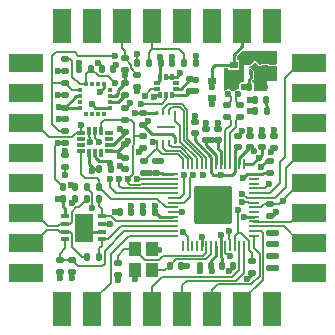
<source format=gtl>
G04 #@! TF.GenerationSoftware,KiCad,Pcbnew,(6.0.7)*
G04 #@! TF.CreationDate,2022-09-17T21:46:44-05:00*
G04 #@! TF.ProjectId,picofusion,7069636f-6675-4736-996f-6e2e6b696361,rev?*
G04 #@! TF.SameCoordinates,Original*
G04 #@! TF.FileFunction,Copper,L1,Top*
G04 #@! TF.FilePolarity,Positive*
%FSLAX46Y46*%
G04 Gerber Fmt 4.6, Leading zero omitted, Abs format (unit mm)*
G04 Created by KiCad (PCBNEW (6.0.7)) date 2022-09-17 21:46:44*
%MOMM*%
%LPD*%
G01*
G04 APERTURE LIST*
G04 Aperture macros list*
%AMRoundRect*
0 Rectangle with rounded corners*
0 $1 Rounding radius*
0 $2 $3 $4 $5 $6 $7 $8 $9 X,Y pos of 4 corners*
0 Add a 4 corners polygon primitive as box body*
4,1,4,$2,$3,$4,$5,$6,$7,$8,$9,$2,$3,0*
0 Add four circle primitives for the rounded corners*
1,1,$1+$1,$2,$3*
1,1,$1+$1,$4,$5*
1,1,$1+$1,$6,$7*
1,1,$1+$1,$8,$9*
0 Add four rect primitives between the rounded corners*
20,1,$1+$1,$2,$3,$4,$5,0*
20,1,$1+$1,$4,$5,$6,$7,0*
20,1,$1+$1,$6,$7,$8,$9,0*
20,1,$1+$1,$8,$9,$2,$3,0*%
%AMRotRect*
0 Rectangle, with rotation*
0 The origin of the aperture is its center*
0 $1 length*
0 $2 width*
0 $3 Rotation angle, in degrees counterclockwise*
0 Add horizontal line*
21,1,$1,$2,0,0,$3*%
%AMFreePoly0*
4,1,6,0.230000,0.054289,0.020711,-0.155000,-0.230000,-0.155000,-0.230000,0.155000,0.230000,0.155000,0.230000,0.054289,0.230000,0.054289,$1*%
%AMFreePoly1*
4,1,6,0.230000,-0.054289,0.230000,-0.155000,-0.230000,-0.155000,-0.230000,0.155000,0.020711,0.155000,0.230000,-0.054289,0.230000,-0.054289,$1*%
%AMFreePoly2*
4,1,6,0.230000,-0.155000,-0.230000,-0.155000,-0.230000,-0.054289,-0.020711,0.155000,0.230000,0.155000,0.230000,-0.155000,0.230000,-0.155000,$1*%
%AMFreePoly3*
4,1,6,0.230000,-0.155000,-0.020711,-0.155000,-0.230000,0.054289,-0.230000,0.155000,0.230000,0.155000,0.230000,-0.155000,0.230000,-0.155000,$1*%
G04 Aperture macros list end*
G04 #@! TA.AperFunction,SMDPad,CuDef*
%ADD10RoundRect,0.140000X-0.170000X0.140000X-0.170000X-0.140000X0.170000X-0.140000X0.170000X0.140000X0*%
G04 #@! TD*
G04 #@! TA.AperFunction,SMDPad,CuDef*
%ADD11RoundRect,0.135000X-0.135000X-0.185000X0.135000X-0.185000X0.135000X0.185000X-0.135000X0.185000X0*%
G04 #@! TD*
G04 #@! TA.AperFunction,SMDPad,CuDef*
%ADD12RoundRect,0.135000X0.185000X-0.135000X0.185000X0.135000X-0.185000X0.135000X-0.185000X-0.135000X0*%
G04 #@! TD*
G04 #@! TA.AperFunction,SMDPad,CuDef*
%ADD13RoundRect,0.140000X0.170000X-0.140000X0.170000X0.140000X-0.170000X0.140000X-0.170000X-0.140000X0*%
G04 #@! TD*
G04 #@! TA.AperFunction,SMDPad,CuDef*
%ADD14RoundRect,0.140000X-0.140000X-0.170000X0.140000X-0.170000X0.140000X0.170000X-0.140000X0.170000X0*%
G04 #@! TD*
G04 #@! TA.AperFunction,SMDPad,CuDef*
%ADD15RoundRect,0.147500X0.147500X0.172500X-0.147500X0.172500X-0.147500X-0.172500X0.147500X-0.172500X0*%
G04 #@! TD*
G04 #@! TA.AperFunction,SMDPad,CuDef*
%ADD16RoundRect,0.135000X-0.185000X0.135000X-0.185000X-0.135000X0.185000X-0.135000X0.185000X0.135000X0*%
G04 #@! TD*
G04 #@! TA.AperFunction,SMDPad,CuDef*
%ADD17R,0.700000X0.600000*%
G04 #@! TD*
G04 #@! TA.AperFunction,SMDPad,CuDef*
%ADD18FreePoly0,90.000000*%
G04 #@! TD*
G04 #@! TA.AperFunction,SMDPad,CuDef*
%ADD19FreePoly1,90.000000*%
G04 #@! TD*
G04 #@! TA.AperFunction,SMDPad,CuDef*
%ADD20FreePoly2,90.000000*%
G04 #@! TD*
G04 #@! TA.AperFunction,SMDPad,CuDef*
%ADD21FreePoly3,90.000000*%
G04 #@! TD*
G04 #@! TA.AperFunction,SMDPad,CuDef*
%ADD22RotRect,0.550000X0.550000X135.000000*%
G04 #@! TD*
G04 #@! TA.AperFunction,SMDPad,CuDef*
%ADD23R,1.600000X0.200000*%
G04 #@! TD*
G04 #@! TA.AperFunction,SMDPad,CuDef*
%ADD24R,0.250000X0.300000*%
G04 #@! TD*
G04 #@! TA.AperFunction,ComponentPad*
%ADD25C,1.350000*%
G04 #@! TD*
G04 #@! TA.AperFunction,SMDPad,CuDef*
%ADD26R,1.600000X3.000000*%
G04 #@! TD*
G04 #@! TA.AperFunction,ComponentPad*
%ADD27O,1.350000X1.350000*%
G04 #@! TD*
G04 #@! TA.AperFunction,SMDPad,CuDef*
%ADD28RoundRect,0.031500X-0.273500X-0.143500X0.273500X-0.143500X0.273500X0.143500X-0.273500X0.143500X0*%
G04 #@! TD*
G04 #@! TA.AperFunction,SMDPad,CuDef*
%ADD29RoundRect,0.031500X0.143500X-0.273500X0.143500X0.273500X-0.143500X0.273500X-0.143500X-0.273500X0*%
G04 #@! TD*
G04 #@! TA.AperFunction,SMDPad,CuDef*
%ADD30RoundRect,0.031500X0.273500X0.143500X-0.273500X0.143500X-0.273500X-0.143500X0.273500X-0.143500X0*%
G04 #@! TD*
G04 #@! TA.AperFunction,SMDPad,CuDef*
%ADD31RoundRect,0.031500X-0.143500X0.273500X-0.143500X-0.273500X0.143500X-0.273500X0.143500X0.273500X0*%
G04 #@! TD*
G04 #@! TA.AperFunction,SMDPad,CuDef*
%ADD32R,0.450000X0.300000*%
G04 #@! TD*
G04 #@! TA.AperFunction,SMDPad,CuDef*
%ADD33R,0.300000X0.450000*%
G04 #@! TD*
G04 #@! TA.AperFunction,SMDPad,CuDef*
%ADD34R,3.000000X1.600000*%
G04 #@! TD*
G04 #@! TA.AperFunction,SMDPad,CuDef*
%ADD35RoundRect,0.140000X0.140000X0.170000X-0.140000X0.170000X-0.140000X-0.170000X0.140000X-0.170000X0*%
G04 #@! TD*
G04 #@! TA.AperFunction,SMDPad,CuDef*
%ADD36RoundRect,0.014000X-0.181000X-0.161000X0.181000X-0.161000X0.181000X0.161000X-0.181000X0.161000X0*%
G04 #@! TD*
G04 #@! TA.AperFunction,SMDPad,CuDef*
%ADD37RoundRect,0.017500X-0.157500X-0.177500X0.157500X-0.177500X0.157500X0.177500X-0.157500X0.177500X0*%
G04 #@! TD*
G04 #@! TA.AperFunction,SMDPad,CuDef*
%ADD38RoundRect,0.135000X0.135000X0.185000X-0.135000X0.185000X-0.135000X-0.185000X0.135000X-0.185000X0*%
G04 #@! TD*
G04 #@! TA.AperFunction,SMDPad,CuDef*
%ADD39R,0.650000X0.350000*%
G04 #@! TD*
G04 #@! TA.AperFunction,SMDPad,CuDef*
%ADD40R,1.550000X2.400000*%
G04 #@! TD*
G04 #@! TA.AperFunction,SMDPad,CuDef*
%ADD41R,1.000000X1.150000*%
G04 #@! TD*
G04 #@! TA.AperFunction,SMDPad,CuDef*
%ADD42RoundRect,0.050000X-0.387500X-0.050000X0.387500X-0.050000X0.387500X0.050000X-0.387500X0.050000X0*%
G04 #@! TD*
G04 #@! TA.AperFunction,SMDPad,CuDef*
%ADD43RoundRect,0.050000X-0.050000X-0.387500X0.050000X-0.387500X0.050000X0.387500X-0.050000X0.387500X0*%
G04 #@! TD*
G04 #@! TA.AperFunction,ComponentPad*
%ADD44C,0.600000*%
G04 #@! TD*
G04 #@! TA.AperFunction,SMDPad,CuDef*
%ADD45RoundRect,0.144000X-1.456000X-1.456000X1.456000X-1.456000X1.456000X1.456000X-1.456000X1.456000X0*%
G04 #@! TD*
G04 #@! TA.AperFunction,ViaPad*
%ADD46C,0.600000*%
G04 #@! TD*
G04 #@! TA.AperFunction,Conductor*
%ADD47C,0.250000*%
G04 #@! TD*
G04 #@! TA.AperFunction,Conductor*
%ADD48C,0.150000*%
G04 #@! TD*
G04 APERTURE END LIST*
D10*
G04 #@! TO.P,C11,1*
G04 #@! TO.N,/RUN*
X156400000Y-30757500D03*
G04 #@! TO.P,C11,2*
G04 #@! TO.N,GND*
X156400000Y-31717500D03*
G04 #@! TD*
D11*
G04 #@! TO.P,R9,1*
G04 #@! TO.N,+3V3*
X152545000Y-31650000D03*
G04 #@! TO.P,R9,2*
G04 #@! TO.N,/I2C0_SDA*
X153565000Y-31650000D03*
G04 #@! TD*
D12*
G04 #@! TO.P,R15,1*
G04 #@! TO.N,/SPI0_PICO*
X151300000Y-39960000D03*
G04 #@! TO.P,R15,2*
G04 #@! TO.N,/SDA{slash}SDI*
X151300000Y-38940000D03*
G04 #@! TD*
G04 #@! TO.P,R24,1*
G04 #@! TO.N,/SPI0_nCS*
X168680000Y-48510000D03*
G04 #@! TO.P,R24,2*
G04 #@! TO.N,/SD_nCD*
X168680000Y-47490000D03*
G04 #@! TD*
G04 #@! TO.P,R21,1*
G04 #@! TO.N,+3V3*
X158000000Y-40460000D03*
G04 #@! TO.P,R21,2*
G04 #@! TO.N,/QSPI_nCS*
X158000000Y-39440000D03*
G04 #@! TD*
D13*
G04 #@! TO.P,C1,1*
G04 #@! TO.N,+1V1*
X162300000Y-37100000D03*
G04 #@! TO.P,C1,2*
G04 #@! TO.N,GND*
X162300000Y-36140000D03*
G04 #@! TD*
D14*
G04 #@! TO.P,C19,1*
G04 #@! TO.N,+3V3*
X154220000Y-40100000D03*
G04 #@! TO.P,C19,2*
G04 #@! TO.N,GND*
X155180000Y-40100000D03*
G04 #@! TD*
D15*
G04 #@! TO.P,D2,1,K*
G04 #@! TO.N,Net-(D2-Pad1)*
X168385000Y-34250000D03*
G04 #@! TO.P,D2,2,A*
G04 #@! TO.N,+3V3*
X167415000Y-34250000D03*
G04 #@! TD*
D16*
G04 #@! TO.P,R14,1*
G04 #@! TO.N,/I2C0_SDA*
X151300000Y-30790000D03*
G04 #@! TO.P,R14,2*
G04 #@! TO.N,/SDA{slash}SDI*
X151300000Y-31810000D03*
G04 #@! TD*
D13*
G04 #@! TO.P,C10,1*
G04 #@! TO.N,+3V3*
X163300000Y-37680000D03*
G04 #@! TO.P,C10,2*
G04 #@! TO.N,GND*
X163300000Y-36720000D03*
G04 #@! TD*
D12*
G04 #@! TO.P,R7,1*
G04 #@! TO.N,/SPI0_nCS*
X156400000Y-35935000D03*
G04 #@! TO.P,R7,2*
G04 #@! TO.N,GND*
X156400000Y-34915000D03*
G04 #@! TD*
D17*
G04 #@! TO.P,D1,1,K*
G04 #@! TO.N,+5V*
X163750000Y-32700000D03*
G04 #@! TO.P,D1,2,A*
G04 #@! TO.N,GND*
X163750000Y-34100000D03*
G04 #@! TD*
D16*
G04 #@! TO.P,R16,1*
G04 #@! TO.N,/I2C0_SCL*
X151300000Y-36890000D03*
G04 #@! TO.P,R16,2*
G04 #@! TO.N,/SCL{slash}SCK*
X151300000Y-37910000D03*
G04 #@! TD*
D18*
G04 #@! TO.P,U3,1,OUT*
G04 #@! TO.N,+3V3*
X167075000Y-31930000D03*
D19*
G04 #@! TO.P,U3,2,GND*
G04 #@! TO.N,GND*
X167725000Y-31930000D03*
D20*
G04 #@! TO.P,U3,3,EN*
G04 #@! TO.N,Net-(C14-Pad1)*
X167725000Y-31070000D03*
D21*
G04 #@! TO.P,U3,4,IN*
X167075000Y-31070000D03*
D22*
G04 #@! TO.P,U3,5,GND*
G04 #@! TO.N,GND*
X167400000Y-31500000D03*
G04 #@! TD*
D23*
G04 #@! TO.P,U1,*
G04 #@! TO.N,*
X159900000Y-36600000D03*
D24*
G04 #@! TO.P,U1,1,~{CS}*
G04 #@! TO.N,/QSPI_nCS*
X159150000Y-37800000D03*
G04 #@! TO.P,U1,2,DO(IO1)*
G04 #@! TO.N,/QSPI_SD1*
X159650000Y-37800000D03*
G04 #@! TO.P,U1,3,IO2*
G04 #@! TO.N,/QSPI_SD2*
X160150000Y-37800000D03*
G04 #@! TO.P,U1,4,GND*
G04 #@! TO.N,GND*
X160650000Y-37800000D03*
G04 #@! TO.P,U1,5,DI(IO0)*
G04 #@! TO.N,/QSPI_SD0*
X160650000Y-35400000D03*
G04 #@! TO.P,U1,6,CLK*
G04 #@! TO.N,/QSPI_SCLK*
X160150000Y-35400000D03*
G04 #@! TO.P,U1,7,IO3*
G04 #@! TO.N,/QSPI_SD3*
X159650000Y-35400000D03*
G04 #@! TO.P,U1,8,VCC*
G04 #@! TO.N,+3V3*
X159150000Y-35400000D03*
G04 #@! TD*
D25*
G04 #@! TO.P,J4,1,Pin_1*
G04 #@! TO.N,+5V*
X151110000Y-52750000D03*
X151110000Y-51250000D03*
D26*
X151110000Y-52000000D03*
D27*
G04 #@! TO.P,J4,2,Pin_2*
G04 #@! TO.N,/IMU_HEATER*
X153650000Y-52750000D03*
D26*
X153650000Y-52000000D03*
D27*
X153650000Y-51250000D03*
D26*
G04 #@! TO.P,J4,3,Pin_3*
G04 #@! TO.N,/BUZZER*
X156190000Y-51976000D03*
D27*
X156190000Y-51226000D03*
X156190000Y-52726000D03*
G04 #@! TO.P,J4,4,Pin_4*
G04 #@! TO.N,/UART0_TX_TELEM*
X158730000Y-51250000D03*
X158730000Y-52750000D03*
D26*
X158730000Y-52000000D03*
D27*
G04 #@! TO.P,J4,5,Pin_5*
G04 #@! TO.N,/UART0_RX_TELEM*
X161270000Y-51250000D03*
X161270000Y-52750000D03*
D26*
X161270000Y-52000000D03*
D27*
G04 #@! TO.P,J4,6,Pin_6*
G04 #@! TO.N,/UART0_CTS_TELEM*
X163810000Y-51250000D03*
X163810000Y-52750000D03*
D26*
X163810000Y-52000000D03*
G04 #@! TO.P,J4,7,Pin_7*
G04 #@! TO.N,/UART0_RTS_TELEM*
X166350000Y-52000000D03*
D27*
X166350000Y-52750000D03*
X166350000Y-51250000D03*
G04 #@! TO.P,J4,8,Pin_8*
G04 #@! TO.N,GND*
X168890000Y-52750000D03*
D26*
X168890000Y-52000000D03*
D27*
X168890000Y-51250000D03*
G04 #@! TD*
D10*
G04 #@! TO.P,C4,1*
G04 #@! TO.N,+3V3*
X157900000Y-35400000D03*
G04 #@! TO.P,C4,2*
G04 #@! TO.N,GND*
X157900000Y-36360000D03*
G04 #@! TD*
D12*
G04 #@! TO.P,R11,1*
G04 #@! TO.N,+3V3*
X151950000Y-48860000D03*
G04 #@! TO.P,R11,2*
G04 #@! TO.N,/CAN_SILENT*
X151950000Y-47840000D03*
G04 #@! TD*
D28*
G04 #@! TO.P,U4,1,AD0/SDO*
G04 #@! TO.N,/SPI0_POCI*
X152715000Y-37100000D03*
G04 #@! TO.P,U4,2,RESV*
G04 #@! TO.N,unconnected-(U4-Pad2)*
X152715000Y-37600000D03*
G04 #@! TO.P,U4,3,RESV*
G04 #@! TO.N,unconnected-(U4-Pad3)*
X152715000Y-38100000D03*
G04 #@! TO.P,U4,4,INT*
G04 #@! TO.N,/DRDY_ICM42605*
X152715000Y-38600000D03*
D29*
G04 #@! TO.P,U4,5,VDDIO*
G04 #@! TO.N,+3V3*
X153375000Y-38760000D03*
G04 #@! TO.P,U4,6,GND*
G04 #@! TO.N,GND*
X153875000Y-38760000D03*
G04 #@! TO.P,U4,7,RESV*
G04 #@! TO.N,unconnected-(U4-Pad7)*
X154375000Y-38760000D03*
D30*
G04 #@! TO.P,U4,8,VDD*
G04 #@! TO.N,+3V3*
X155035000Y-38600000D03*
G04 #@! TO.P,U4,9,FSYNC*
G04 #@! TO.N,GND*
X155035000Y-38100000D03*
G04 #@! TO.P,U4,10,RESV*
G04 #@! TO.N,unconnected-(U4-Pad10)*
X155035000Y-37600000D03*
G04 #@! TO.P,U4,11,RESV*
G04 #@! TO.N,unconnected-(U4-Pad11)*
X155035000Y-37100000D03*
D31*
G04 #@! TO.P,U4,12,nCS*
G04 #@! TO.N,/SPI0_nCS*
X154375000Y-36940000D03*
G04 #@! TO.P,U4,13,SCL/SCLK*
G04 #@! TO.N,/SPI0_SCK*
X153875000Y-36940000D03*
G04 #@! TO.P,U4,14,SDA/SDI*
G04 #@! TO.N,/SPI0_PICO*
X153375000Y-36940000D03*
G04 #@! TD*
D10*
G04 #@! TO.P,C5,1*
G04 #@! TO.N,/XIN*
X155800000Y-48110000D03*
G04 #@! TO.P,C5,2*
G04 #@! TO.N,GND*
X155800000Y-49070000D03*
G04 #@! TD*
D13*
G04 #@! TO.P,C25,1*
G04 #@! TO.N,+3V3*
X168000000Y-38300000D03*
G04 #@! TO.P,C25,2*
G04 #@! TO.N,GND*
X168000000Y-37340000D03*
G04 #@! TD*
D32*
G04 #@! TO.P,U5,1,SCL*
G04 #@! TO.N,/I2C0_SCL*
X152600000Y-33437500D03*
G04 #@! TO.P,U5,2,VDD*
G04 #@! TO.N,+3V3*
X152600000Y-33937500D03*
G04 #@! TO.P,U5,3*
G04 #@! TO.N,N/C*
X152600000Y-34437500D03*
G04 #@! TO.P,U5,4,~{CS}*
G04 #@! TO.N,+3V3*
X152600000Y-34937500D03*
D33*
G04 #@! TO.P,U5,5,SDO*
G04 #@! TO.N,unconnected-(U5-Pad5)*
X153125000Y-35462500D03*
G04 #@! TO.P,U5,6*
G04 #@! TO.N,N/C*
X153625000Y-35462500D03*
G04 #@! TO.P,U5,7*
X154125000Y-35462500D03*
G04 #@! TO.P,U5,8*
X154625000Y-35462500D03*
D32*
G04 #@! TO.P,U5,9,GND*
G04 #@! TO.N,GND*
X155150000Y-34937500D03*
G04 #@! TO.P,U5,10,CAP*
G04 #@! TO.N,Net-(C20-Pad1)*
X155150000Y-34437500D03*
G04 #@! TO.P,U5,11,GND*
G04 #@! TO.N,GND*
X155150000Y-33937500D03*
G04 #@! TO.P,U5,12*
G04 #@! TO.N,N/C*
X155150000Y-33437500D03*
D33*
G04 #@! TO.P,U5,13,VDDIO*
G04 #@! TO.N,+3V3*
X154625000Y-32912500D03*
G04 #@! TO.P,U5,14*
G04 #@! TO.N,N/C*
X154125000Y-32912500D03*
G04 #@! TO.P,U5,15,INT*
G04 #@! TO.N,unconnected-(U5-Pad15)*
X153625000Y-32912500D03*
G04 #@! TO.P,U5,16,SDA*
G04 #@! TO.N,/I2C0_SDA*
X153125000Y-32912500D03*
G04 #@! TD*
D25*
G04 #@! TO.P,J2,1,Pin_1*
G04 #@! TO.N,/SPI1_SCK_SD*
X171250000Y-31110000D03*
X172750000Y-31110000D03*
D34*
X172000000Y-31110000D03*
G04 #@! TO.P,J2,2,Pin_2*
G04 #@! TO.N,/SPI1_POCI_SD*
X172000000Y-33650000D03*
D27*
X172750000Y-33650000D03*
X171250000Y-33650000D03*
G04 #@! TO.P,J2,3,Pin_3*
G04 #@! TO.N,/SPI1_PICO_SD*
X172774000Y-36190000D03*
D34*
X172024000Y-36190000D03*
D27*
X171274000Y-36190000D03*
G04 #@! TO.P,J2,4,Pin_4*
G04 #@! TO.N,/SPI1_nCS_SD*
X172750000Y-38730000D03*
X171250000Y-38730000D03*
D34*
X172000000Y-38730000D03*
D27*
G04 #@! TO.P,J2,5,Pin_5*
G04 #@! TO.N,/SD_nCD*
X172750000Y-41270000D03*
X171250000Y-41270000D03*
D34*
X172000000Y-41270000D03*
D27*
G04 #@! TO.P,J2,6,Pin_6*
G04 #@! TO.N,/UART1_RX_GNSS*
X172750000Y-43810000D03*
D34*
X172000000Y-43810000D03*
D27*
X171250000Y-43810000D03*
D34*
G04 #@! TO.P,J2,7,Pin_7*
G04 #@! TO.N,/UART1_TX_GNSS*
X172000000Y-46350000D03*
D27*
X172750000Y-46350000D03*
X171250000Y-46350000D03*
D34*
G04 #@! TO.P,J2,8,Pin_8*
G04 #@! TO.N,GND*
X172000000Y-48890000D03*
D27*
X172750000Y-48890000D03*
X171250000Y-48890000D03*
G04 #@! TD*
D35*
G04 #@! TO.P,C9,1*
G04 #@! TO.N,+3V3*
X163730000Y-48300000D03*
G04 #@! TO.P,C9,2*
G04 #@! TO.N,GND*
X162770000Y-48300000D03*
G04 #@! TD*
D13*
G04 #@! TO.P,C17,1*
G04 #@! TO.N,GND*
X156400000Y-40130000D03*
G04 #@! TO.P,C17,2*
G04 #@! TO.N,+3V3*
X156400000Y-39170000D03*
G04 #@! TD*
D14*
G04 #@! TO.P,C28,1*
G04 #@! TO.N,+5V*
X155995000Y-43762500D03*
G04 #@! TO.P,C28,2*
G04 #@! TO.N,GND*
X156955000Y-43762500D03*
G04 #@! TD*
D10*
G04 #@! TO.P,C18,1*
G04 #@! TO.N,GND*
X156400000Y-37020000D03*
G04 #@! TO.P,C18,2*
G04 #@! TO.N,+3V3*
X156400000Y-37980000D03*
G04 #@! TD*
D12*
G04 #@! TO.P,R2,1*
G04 #@! TO.N,/USB_MCU_DP*
X165057500Y-35700000D03*
G04 #@! TO.P,R2,2*
G04 #@! TO.N,/USB_DP*
X165057500Y-34680000D03*
G04 #@! TD*
D13*
G04 #@! TO.P,C26,1*
G04 #@! TO.N,+3V3*
X164300000Y-37680000D03*
G04 #@! TO.P,C26,2*
G04 #@! TO.N,GND*
X164300000Y-36720000D03*
G04 #@! TD*
D14*
G04 #@! TO.P,C8,1*
G04 #@! TO.N,/XOUT*
X160210000Y-48300000D03*
G04 #@! TO.P,C8,2*
G04 #@! TO.N,GND*
X161170000Y-48300000D03*
G04 #@! TD*
D13*
G04 #@! TO.P,C20,1*
G04 #@! TO.N,Net-(C20-Pad1)*
X156400000Y-33827500D03*
G04 #@! TO.P,C20,2*
G04 #@! TO.N,GND*
X156400000Y-32867500D03*
G04 #@! TD*
D35*
G04 #@! TO.P,C6,1*
G04 #@! TO.N,+3V3*
X158930000Y-43762500D03*
G04 #@! TO.P,C6,2*
G04 #@! TO.N,GND*
X157970000Y-43762500D03*
G04 #@! TD*
D36*
G04 #@! TO.P,U6,1,CSB*
G04 #@! TO.N,+3V3*
X159130000Y-32850000D03*
G04 #@! TO.P,U6,2,SCL/SCLK*
G04 #@! TO.N,/I2C0_SCL*
X159130000Y-33350000D03*
D37*
G04 #@! TO.P,U6,3,VSS*
G04 #@! TO.N,GND*
X159410000Y-33880000D03*
G04 #@! TO.P,U6,4,SDA/SDI*
G04 #@! TO.N,/I2C0_SDA*
X159910000Y-33880000D03*
G04 #@! TO.P,U6,5,VDD*
G04 #@! TO.N,+3V3*
X160410000Y-33880000D03*
D36*
G04 #@! TO.P,U6,6,AD0/SDO*
G04 #@! TO.N,GND*
X160690000Y-33350000D03*
G04 #@! TO.P,U6,7,INT*
G04 #@! TO.N,unconnected-(U6-Pad7)*
X160690000Y-32850000D03*
D37*
G04 #@! TO.P,U6,8,RESV*
G04 #@! TO.N,GND*
X160410000Y-32320000D03*
G04 #@! TO.P,U6,9,RESV*
X159910000Y-32320000D03*
G04 #@! TO.P,U6,10,VDDIO*
G04 #@! TO.N,+3V3*
X159410000Y-32320000D03*
G04 #@! TD*
D10*
G04 #@! TO.P,C14,1*
G04 #@! TO.N,Net-(C14-Pad1)*
X168900000Y-31020000D03*
G04 #@! TO.P,C14,2*
G04 #@! TO.N,GND*
X168900000Y-31980000D03*
G04 #@! TD*
D38*
G04 #@! TO.P,R22,1*
G04 #@! TO.N,/DRDY_ICM42605*
X154210000Y-41650000D03*
G04 #@! TO.P,R22,2*
G04 #@! TO.N,/NEOPIXEL*
X153190000Y-41650000D03*
G04 #@! TD*
D12*
G04 #@! TO.P,R8,1*
G04 #@! TO.N,+3V3*
X151300000Y-33870000D03*
G04 #@! TO.P,R8,2*
G04 #@! TO.N,/I2C0_SCL*
X151300000Y-32850000D03*
G04 #@! TD*
D14*
G04 #@! TO.P,C16,1*
G04 #@! TO.N,+3V3*
X166920000Y-33150000D03*
G04 #@! TO.P,C16,2*
G04 #@! TO.N,GND*
X167880000Y-33150000D03*
G04 #@! TD*
D25*
G04 #@! TO.P,J3,1,Pin_1*
G04 #@! TO.N,/SDA{slash}SDI*
X147250000Y-31110000D03*
D34*
X148000000Y-31110000D03*
D25*
X148750000Y-31110000D03*
D34*
G04 #@! TO.P,J3,2,Pin_2*
G04 #@! TO.N,/SCL{slash}SCK*
X148000000Y-33650000D03*
D27*
X147250000Y-33650000D03*
X148750000Y-33650000D03*
G04 #@! TO.P,J3,3,Pin_3*
G04 #@! TO.N,/SPI0_POCI*
X148774000Y-36190000D03*
X147274000Y-36190000D03*
D34*
X148024000Y-36190000D03*
G04 #@! TO.P,J3,4,Pin_4*
G04 #@! TO.N,/NEOPIXEL*
X148000000Y-38730000D03*
D27*
X147250000Y-38730000D03*
X148750000Y-38730000D03*
D34*
G04 #@! TO.P,J3,5,Pin_5*
G04 #@! TO.N,+3V3*
X148000000Y-41270000D03*
D27*
X148750000Y-41270000D03*
X147250000Y-41270000D03*
G04 #@! TO.P,J3,6,Pin_6*
G04 #@! TO.N,/CAN_N*
X148750000Y-43810000D03*
D34*
X148000000Y-43810000D03*
D27*
X147250000Y-43810000D03*
G04 #@! TO.P,J3,7,Pin_7*
G04 #@! TO.N,/CAN_P*
X147250000Y-46350000D03*
X148750000Y-46350000D03*
D34*
X148000000Y-46350000D03*
D27*
G04 #@! TO.P,J3,8,Pin_8*
G04 #@! TO.N,GND*
X147250000Y-48890000D03*
X148750000Y-48890000D03*
D34*
X148000000Y-48890000D03*
G04 #@! TD*
D14*
G04 #@! TO.P,C21,1*
G04 #@! TO.N,+3V3*
X154470000Y-31650000D03*
G04 #@! TO.P,C21,2*
G04 #@! TO.N,GND*
X155430000Y-31650000D03*
G04 #@! TD*
D38*
G04 #@! TO.P,R20,1*
G04 #@! TO.N,/BOOTSEL*
X158410000Y-31150000D03*
G04 #@! TO.P,R20,2*
G04 #@! TO.N,/QSPI_nCS*
X157390000Y-31150000D03*
G04 #@! TD*
D10*
G04 #@! TO.P,C15,1*
G04 #@! TO.N,+3V3*
X168680000Y-45520000D03*
G04 #@! TO.P,C15,2*
G04 #@! TO.N,GND*
X168680000Y-46480000D03*
G04 #@! TD*
D16*
G04 #@! TO.P,R5,1*
G04 #@! TO.N,/SD_nCD*
X168690000Y-43090000D03*
G04 #@! TO.P,R5,2*
G04 #@! TO.N,+3V3*
X168690000Y-44110000D03*
G04 #@! TD*
G04 #@! TO.P,R18,1*
G04 #@! TO.N,/RUN*
X167150000Y-47890000D03*
G04 #@! TO.P,R18,2*
G04 #@! TO.N,GND*
X167150000Y-48910000D03*
G04 #@! TD*
D14*
G04 #@! TO.P,C27,1*
G04 #@! TO.N,+3V3*
X151200000Y-42700000D03*
G04 #@! TO.P,C27,2*
G04 #@! TO.N,GND*
X152160000Y-42700000D03*
G04 #@! TD*
D38*
G04 #@! TO.P,R13,1*
G04 #@! TO.N,/PIO0_CAN_RX*
X154200000Y-42700000D03*
G04 #@! TO.P,R13,2*
G04 #@! TO.N,/CAN_N*
X153180000Y-42700000D03*
G04 #@! TD*
D13*
G04 #@! TO.P,C7,1*
G04 #@! TO.N,+3V3*
X159000000Y-40432500D03*
G04 #@! TO.P,C7,2*
G04 #@! TO.N,GND*
X159000000Y-39472500D03*
G04 #@! TD*
G04 #@! TO.P,C12,1*
G04 #@! TO.N,GND*
X151290000Y-35880000D03*
G04 #@! TO.P,C12,2*
G04 #@! TO.N,+3V3*
X151290000Y-34920000D03*
G04 #@! TD*
D38*
G04 #@! TO.P,R17,1*
G04 #@! TO.N,/SPI0_SCK*
X152190000Y-41650000D03*
G04 #@! TO.P,R17,2*
G04 #@! TO.N,/SCL{slash}SCK*
X151170000Y-41650000D03*
G04 #@! TD*
D25*
G04 #@! TO.P,J1,1,Pin_1*
G04 #@! TO.N,/SWCLK*
X151110000Y-27250000D03*
X151110000Y-28750000D03*
D26*
X151110000Y-28000000D03*
D27*
G04 #@! TO.P,J1,2,Pin_2*
G04 #@! TO.N,/SWDIO*
X153650000Y-28750000D03*
D26*
X153650000Y-28000000D03*
D27*
X153650000Y-27250000D03*
G04 #@! TO.P,J1,3,Pin_3*
G04 #@! TO.N,/RUN*
X156190000Y-27226000D03*
D26*
X156190000Y-27976000D03*
D27*
X156190000Y-28726000D03*
D26*
G04 #@! TO.P,J1,4,Pin_4*
G04 #@! TO.N,/BOOTSEL*
X158730000Y-28000000D03*
D27*
X158730000Y-27250000D03*
X158730000Y-28750000D03*
D26*
G04 #@! TO.P,J1,5,Pin_5*
G04 #@! TO.N,/USB_DP*
X161270000Y-28000000D03*
D27*
X161270000Y-27250000D03*
X161270000Y-28750000D03*
G04 #@! TO.P,J1,6,Pin_6*
G04 #@! TO.N,/USB_DN*
X163810000Y-28750000D03*
D26*
X163810000Y-28000000D03*
D27*
X163810000Y-27250000D03*
G04 #@! TO.P,J1,7,Pin_7*
G04 #@! TO.N,+5V*
X166350000Y-28750000D03*
D26*
X166350000Y-28000000D03*
D27*
X166350000Y-27250000D03*
G04 #@! TO.P,J1,8,Pin_8*
G04 #@! TO.N,GND*
X168890000Y-27250000D03*
D26*
X168890000Y-28000000D03*
D27*
X168890000Y-28750000D03*
G04 #@! TD*
D13*
G04 #@! TO.P,C13,1*
G04 #@! TO.N,+3V3*
X167000000Y-38300000D03*
G04 #@! TO.P,C13,2*
G04 #@! TO.N,GND*
X167000000Y-37340000D03*
G04 #@! TD*
D39*
G04 #@! TO.P,U7,1,TXD*
G04 #@! TO.N,/PIO0_CAN_TX*
X154450000Y-46085400D03*
G04 #@! TO.P,U7,2,GND*
G04 #@! TO.N,GND*
X154450000Y-45435400D03*
G04 #@! TO.P,U7,3,VCC*
G04 #@! TO.N,+5V*
X154450000Y-44785400D03*
G04 #@! TO.P,U7,4,RXD*
G04 #@! TO.N,/PIO0_CAN_RX*
X154450000Y-44135400D03*
G04 #@! TO.P,U7,5,VIO*
G04 #@! TO.N,+3V3*
X151350000Y-44135400D03*
G04 #@! TO.P,U7,6,CANL*
G04 #@! TO.N,/CAN_N*
X151350000Y-44785400D03*
G04 #@! TO.P,U7,7,CANH*
G04 #@! TO.N,/CAN_P*
X151350000Y-45435400D03*
G04 #@! TO.P,U7,8,S*
G04 #@! TO.N,/CAN_SILENT*
X151350000Y-46085400D03*
D40*
G04 #@! TO.P,U7,9,GND*
G04 #@! TO.N,GND*
X152900000Y-45110400D03*
G04 #@! TD*
D12*
G04 #@! TO.P,R4,1*
G04 #@! TO.N,/SPI1_nCS_SD*
X169050000Y-38310000D03*
G04 #@! TO.P,R4,2*
G04 #@! TO.N,GND*
X169050000Y-37290000D03*
G04 #@! TD*
D38*
G04 #@! TO.P,R6,1*
G04 #@! TO.N,Net-(D2-Pad1)*
X168410000Y-35250000D03*
G04 #@! TO.P,R6,2*
G04 #@! TO.N,GND*
X167390000Y-35250000D03*
G04 #@! TD*
D12*
G04 #@! TO.P,R23,1*
G04 #@! TO.N,+3V3*
X157900000Y-38360000D03*
G04 #@! TO.P,R23,2*
G04 #@! TO.N,/SPI0_nCS*
X157900000Y-37340000D03*
G04 #@! TD*
D13*
G04 #@! TO.P,C24,1*
G04 #@! TO.N,+3V3*
X168680000Y-40432500D03*
G04 #@! TO.P,C24,2*
G04 #@! TO.N,GND*
X168680000Y-39472500D03*
G04 #@! TD*
D10*
G04 #@! TO.P,C22,1*
G04 #@! TO.N,GND*
X161950000Y-32540000D03*
G04 #@! TO.P,C22,2*
G04 #@! TO.N,+3V3*
X161950000Y-33500000D03*
G04 #@! TD*
D41*
G04 #@! TO.P,Y1,1,1*
G04 #@! TO.N,/XIN*
X157260000Y-46925000D03*
G04 #@! TO.P,Y1,2,2*
G04 #@! TO.N,GND*
X157260000Y-48675000D03*
G04 #@! TO.P,Y1,3,3*
G04 #@! TO.N,/XOUT*
X158660000Y-48675000D03*
G04 #@! TO.P,Y1,4,4*
G04 #@! TO.N,GND*
X158660000Y-46925000D03*
G04 #@! TD*
D14*
G04 #@! TO.P,C23,1*
G04 #@! TO.N,+3V3*
X159415000Y-31150000D03*
G04 #@! TO.P,C23,2*
G04 #@! TO.N,GND*
X160375000Y-31150000D03*
G04 #@! TD*
G04 #@! TO.P,C2,1*
G04 #@! TO.N,+1V1*
X164620000Y-48300000D03*
G04 #@! TO.P,C2,2*
G04 #@! TO.N,GND*
X165580000Y-48300000D03*
G04 #@! TD*
D16*
G04 #@! TO.P,R10,1*
G04 #@! TO.N,/CAN_SILENT*
X150900000Y-47830000D03*
G04 #@! TO.P,R10,2*
G04 #@! TO.N,GND*
X150900000Y-48850000D03*
G04 #@! TD*
D38*
G04 #@! TO.P,R12,1*
G04 #@! TO.N,/PIO0_CAN_TX*
X154200000Y-47600000D03*
G04 #@! TO.P,R12,2*
G04 #@! TO.N,/CAN_P*
X153180000Y-47600000D03*
G04 #@! TD*
D11*
G04 #@! TO.P,R19,1*
G04 #@! TO.N,/BOOTSEL*
X161390000Y-31150000D03*
G04 #@! TO.P,R19,2*
G04 #@! TO.N,GND*
X162410000Y-31150000D03*
G04 #@! TD*
D12*
G04 #@! TO.P,R1,1*
G04 #@! TO.N,+3V3*
X157450000Y-33160000D03*
G04 #@! TO.P,R1,2*
G04 #@! TO.N,/RUN*
X157450000Y-32140000D03*
G04 #@! TD*
D13*
G04 #@! TO.P,C3,1*
G04 #@! TO.N,+1V1*
X166000000Y-38300000D03*
G04 #@! TO.P,C3,2*
G04 #@! TO.N,GND*
X166000000Y-37340000D03*
G04 #@! TD*
D42*
G04 #@! TO.P,U2,1,IOVDD*
G04 #@! TO.N,+3V3*
X160462500Y-40562500D03*
G04 #@! TO.P,U2,2,GPIO0*
G04 #@! TO.N,/SPI0_POCI*
X160462500Y-40962500D03*
G04 #@! TO.P,U2,3,GPIO1*
G04 #@! TO.N,/SPI0_nCS*
X160462500Y-41362500D03*
G04 #@! TO.P,U2,4,GPIO2*
G04 #@! TO.N,/SPI0_SCK*
X160462500Y-41762500D03*
G04 #@! TO.P,U2,5,GPIO3*
G04 #@! TO.N,/SPI0_PICO*
X160462500Y-42162500D03*
G04 #@! TO.P,U2,6,GPIO4*
G04 #@! TO.N,/I2C0_SDA*
X160462500Y-42562500D03*
G04 #@! TO.P,U2,7,GPIO5*
G04 #@! TO.N,/I2C0_SCL*
X160462500Y-42962500D03*
G04 #@! TO.P,U2,8,GPIO6*
G04 #@! TO.N,/DRDY_ICM42605*
X160462500Y-43362500D03*
G04 #@! TO.P,U2,9,GPIO7*
G04 #@! TO.N,/NEOPIXEL*
X160462500Y-43762500D03*
G04 #@! TO.P,U2,10,IOVDD*
G04 #@! TO.N,+3V3*
X160462500Y-44162500D03*
G04 #@! TO.P,U2,11,GPIO8*
G04 #@! TO.N,/PIO0_CAN_RX*
X160462500Y-44562500D03*
G04 #@! TO.P,U2,12,GPIO9*
G04 #@! TO.N,/PIO0_CAN_TX*
X160462500Y-44962500D03*
G04 #@! TO.P,U2,13,GPIO10*
G04 #@! TO.N,/CAN_SILENT*
X160462500Y-45362500D03*
G04 #@! TO.P,U2,14,GPIO11*
G04 #@! TO.N,/IMU_HEATER*
X160462500Y-45762500D03*
D43*
G04 #@! TO.P,U2,15,GPIO12*
G04 #@! TO.N,unconnected-(U2-Pad15)*
X161300000Y-46600000D03*
G04 #@! TO.P,U2,16,GPIO13*
G04 #@! TO.N,/BUZZER*
X161700000Y-46600000D03*
G04 #@! TO.P,U2,17,GPIO14*
G04 #@! TO.N,unconnected-(U2-Pad17)*
X162100000Y-46600000D03*
G04 #@! TO.P,U2,18,GPIO15*
G04 #@! TO.N,unconnected-(U2-Pad18)*
X162500000Y-46600000D03*
G04 #@! TO.P,U2,19,TESTEN*
G04 #@! TO.N,GND*
X162900000Y-46600000D03*
G04 #@! TO.P,U2,20,XIN*
G04 #@! TO.N,/XIN*
X163300000Y-46600000D03*
G04 #@! TO.P,U2,21,XOUT*
G04 #@! TO.N,/XOUT*
X163700000Y-46600000D03*
G04 #@! TO.P,U2,22,IOVDD*
G04 #@! TO.N,+3V3*
X164100000Y-46600000D03*
G04 #@! TO.P,U2,23,DVDD*
G04 #@! TO.N,+1V1*
X164500000Y-46600000D03*
G04 #@! TO.P,U2,24,SWCLK*
G04 #@! TO.N,/SWCLK*
X164900000Y-46600000D03*
G04 #@! TO.P,U2,25,SWD*
G04 #@! TO.N,/SWDIO*
X165300000Y-46600000D03*
G04 #@! TO.P,U2,26,RUN*
G04 #@! TO.N,/RUN*
X165700000Y-46600000D03*
G04 #@! TO.P,U2,27,GPIO16*
G04 #@! TO.N,/UART0_TX_TELEM*
X166100000Y-46600000D03*
G04 #@! TO.P,U2,28,GPIO17*
G04 #@! TO.N,/UART0_RX_TELEM*
X166500000Y-46600000D03*
D42*
G04 #@! TO.P,U2,29,GPIO18*
G04 #@! TO.N,/UART0_CTS_TELEM*
X167337500Y-45762500D03*
G04 #@! TO.P,U2,30,GPIO19*
G04 #@! TO.N,/UART0_RTS_TELEM*
X167337500Y-45362500D03*
G04 #@! TO.P,U2,31,GPIO20*
G04 #@! TO.N,/UART1_TX_GNSS*
X167337500Y-44962500D03*
G04 #@! TO.P,U2,32,GPIO21*
G04 #@! TO.N,/UART1_RX_GNSS*
X167337500Y-44562500D03*
G04 #@! TO.P,U2,33,IOVDD*
G04 #@! TO.N,+3V3*
X167337500Y-44162500D03*
G04 #@! TO.P,U2,34,GPIO22*
G04 #@! TO.N,unconnected-(U2-Pad34)*
X167337500Y-43762500D03*
G04 #@! TO.P,U2,35,GPIO23*
G04 #@! TO.N,/SD_nCD*
X167337500Y-43362500D03*
G04 #@! TO.P,U2,36,GPIO24*
G04 #@! TO.N,/SPI1_POCI_SD*
X167337500Y-42962500D03*
G04 #@! TO.P,U2,37,GPIO25*
G04 #@! TO.N,/SPI1_nCS_SD*
X167337500Y-42562500D03*
G04 #@! TO.P,U2,38,GPIO26_ADC0*
G04 #@! TO.N,/SPI1_SCK_SD*
X167337500Y-42162500D03*
G04 #@! TO.P,U2,39,GPIO27_ADC1*
G04 #@! TO.N,/SPI1_PICO_SD*
X167337500Y-41762500D03*
G04 #@! TO.P,U2,40,GPIO28_ADC2*
G04 #@! TO.N,unconnected-(U2-Pad40)*
X167337500Y-41362500D03*
G04 #@! TO.P,U2,41,GPIO29_ADC3*
G04 #@! TO.N,unconnected-(U2-Pad41)*
X167337500Y-40962500D03*
G04 #@! TO.P,U2,42,IOVDD*
G04 #@! TO.N,+3V3*
X167337500Y-40562500D03*
D43*
G04 #@! TO.P,U2,43,ADC_AVDD*
X166500000Y-39725000D03*
G04 #@! TO.P,U2,44,VREG_IN*
X166100000Y-39725000D03*
G04 #@! TO.P,U2,45,VREG_VOUT*
G04 #@! TO.N,+1V1*
X165700000Y-39725000D03*
G04 #@! TO.P,U2,46,USB_DM*
G04 #@! TO.N,/USB_MCU_DN*
X165300000Y-39725000D03*
G04 #@! TO.P,U2,47,USB_DP*
G04 #@! TO.N,/USB_MCU_DP*
X164900000Y-39725000D03*
G04 #@! TO.P,U2,48,USB_VDD*
G04 #@! TO.N,+3V3*
X164500000Y-39725000D03*
G04 #@! TO.P,U2,49,IOVDD*
X164100000Y-39725000D03*
G04 #@! TO.P,U2,50,DVDD*
G04 #@! TO.N,+1V1*
X163700000Y-39725000D03*
G04 #@! TO.P,U2,51,QSPI_SD3*
G04 #@! TO.N,/QSPI_SD3*
X163300000Y-39725000D03*
G04 #@! TO.P,U2,52,QSPI_SCLK*
G04 #@! TO.N,/QSPI_SCLK*
X162900000Y-39725000D03*
G04 #@! TO.P,U2,53,QSPI_SD0*
G04 #@! TO.N,/QSPI_SD0*
X162500000Y-39725000D03*
G04 #@! TO.P,U2,54,QSPI_SD2*
G04 #@! TO.N,/QSPI_SD2*
X162100000Y-39725000D03*
G04 #@! TO.P,U2,55,QSPI_SD1*
G04 #@! TO.N,/QSPI_SD1*
X161700000Y-39725000D03*
G04 #@! TO.P,U2,56,QSPI_SS*
G04 #@! TO.N,/QSPI_nCS*
X161300000Y-39725000D03*
D44*
G04 #@! TO.P,U2,57,GND*
G04 #@! TO.N,GND*
X162625000Y-44437500D03*
X165175000Y-44437500D03*
X162625000Y-41887500D03*
D45*
X163900000Y-43162500D03*
D44*
X162625000Y-43162500D03*
X163900000Y-43162500D03*
X165175000Y-41887500D03*
X163900000Y-41887500D03*
X163900000Y-44437500D03*
X165175000Y-43162500D03*
G04 #@! TD*
D12*
G04 #@! TO.P,R3,1*
G04 #@! TO.N,/USB_MCU_DN*
X166120000Y-35700000D03*
G04 #@! TO.P,R3,2*
G04 #@! TO.N,/USB_DN*
X166120000Y-34680000D03*
G04 #@! TD*
D17*
G04 #@! TO.P,D3,1,K*
G04 #@! TO.N,Net-(C14-Pad1)*
X165600000Y-32700000D03*
G04 #@! TO.P,D3,2,A*
G04 #@! TO.N,+5V*
X165600000Y-31300000D03*
G04 #@! TD*
D46*
G04 #@! TO.N,+1V1*
X164500000Y-40589000D03*
X164500000Y-45700000D03*
G04 #@! TO.N,GND*
X159300000Y-46950000D03*
X162915600Y-45847000D03*
X161100000Y-32000000D03*
X169048500Y-36800000D03*
X152900000Y-45110400D03*
X165251860Y-48751063D03*
X156000000Y-39850000D03*
X152900000Y-45875000D03*
X168900000Y-32450000D03*
X158374714Y-36039199D03*
X156025000Y-36700000D03*
X153575000Y-34625000D03*
X162405385Y-30594615D03*
X155637548Y-31296778D03*
X169200000Y-46500000D03*
X168300000Y-33150000D03*
X159450000Y-39450000D03*
X167895385Y-39945385D03*
X150800000Y-35850000D03*
X166300000Y-36900000D03*
X158855351Y-34043149D03*
X157250000Y-49450000D03*
X156800000Y-34575000D03*
X168000000Y-36850000D03*
X156950000Y-43250000D03*
X163750000Y-34625000D03*
X163300000Y-36250000D03*
X156400000Y-32150000D03*
X155111365Y-39588635D03*
X162300000Y-35650000D03*
X152900000Y-44350000D03*
X161615365Y-48293865D03*
X164300000Y-36250000D03*
X167000000Y-36850000D03*
X162750000Y-48798500D03*
X160400000Y-30650000D03*
X150880000Y-49330000D03*
X157950000Y-43243700D03*
X166966500Y-35250000D03*
X151888948Y-43009928D03*
X155800000Y-49500000D03*
X166750000Y-49398500D03*
X162450000Y-32550000D03*
G04 #@! TO.N,+3V3*
X166966500Y-34250000D03*
X154159999Y-31143001D03*
X163800000Y-37700000D03*
X156702677Y-37726728D03*
X166500000Y-44150000D03*
X153645366Y-40254634D03*
X157446584Y-33537355D03*
X167750000Y-39150000D03*
X166400000Y-40900000D03*
X150751500Y-42700000D03*
X167300000Y-38600000D03*
X166450000Y-33150000D03*
X169150000Y-43800000D03*
X150800000Y-34900000D03*
X152550000Y-31150000D03*
X157276800Y-35382200D03*
X159400000Y-30650000D03*
X158500000Y-40450000D03*
X157573500Y-38686655D03*
X163750000Y-48798500D03*
X162450000Y-33500000D03*
X150750000Y-33850000D03*
X151946000Y-49340000D03*
X158950000Y-43243700D03*
X169200000Y-45500000D03*
X154250500Y-33564002D03*
X155950000Y-39050000D03*
G04 #@! TO.N,/RUN*
X165947009Y-43554486D03*
G04 #@! TO.N,+5V*
X163000000Y-40600000D03*
X163750000Y-33200000D03*
X155100000Y-44800000D03*
X155550000Y-43762500D03*
G04 #@! TO.N,/SPI0_nCS*
X156657645Y-40949688D03*
X169150000Y-48500000D03*
G04 #@! TO.N,/NEOPIXEL*
X153650000Y-43450000D03*
X161250000Y-43762500D03*
G04 #@! TO.N,/SPI0_POCI*
X152700000Y-36400000D03*
X157384128Y-40955044D03*
G04 #@! TO.N,/SPI1_nCS_SD*
X168750000Y-38700000D03*
X166337016Y-42200000D03*
G04 #@! TO.N,/SD_nCD*
X169150000Y-47500000D03*
X169750000Y-42800000D03*
G04 #@! TO.N,/USB_DP*
X165163750Y-33801333D03*
G04 #@! TO.N,/USB_DN*
X166013750Y-33801333D03*
G04 #@! TO.N,/SPI0_SCK*
X151866182Y-41446084D03*
X154200000Y-37800000D03*
X155931143Y-40950008D03*
G04 #@! TO.N,/I2C0_SDA*
X155550000Y-32800000D03*
X161414099Y-40589471D03*
X157800000Y-34600000D03*
G04 #@! TO.N,/I2C0_SCL*
X155600000Y-30550000D03*
X158062537Y-33922593D03*
X162140601Y-40589000D03*
G04 #@! TO.N,/BUZZER*
X161318827Y-45497671D03*
G04 #@! TO.N,/SWCLK*
X165268090Y-47522666D03*
G04 #@! TO.N,/SWDIO*
X165200500Y-45350000D03*
G04 #@! TO.N,/SPI0_PICO*
X153458329Y-37815365D03*
X151300000Y-40650000D03*
X155135961Y-40944584D03*
G04 #@! TO.N,/SPI1_POCI_SD*
X166350000Y-42950000D03*
G04 #@! TO.N,/SDA{slash}SDI*
X151300000Y-38606500D03*
X150749500Y-31800000D03*
G04 #@! TO.N,/SCL{slash}SCK*
X150750000Y-37900000D03*
G04 #@! TO.N,/SPI1_PICO_SD*
X168600000Y-41400000D03*
G04 #@! TO.N,/QSPI_nCS*
X157400000Y-30350000D03*
X158750000Y-37800000D03*
G04 #@! TD*
D47*
G04 #@! TO.N,+1V1*
X163700000Y-40400000D02*
X163889000Y-40589000D01*
X164500000Y-46600000D02*
X164500000Y-45700000D01*
X164620000Y-47670000D02*
X164620000Y-48300000D01*
X165461000Y-40589000D02*
X164500000Y-40589000D01*
X163700000Y-39725000D02*
X163700000Y-39106872D01*
X164500000Y-46600000D02*
X164500000Y-47550000D01*
X162300000Y-37706872D02*
X162300000Y-37080000D01*
X163700000Y-39106872D02*
X162300000Y-37706872D01*
X165700000Y-39725000D02*
X165700000Y-40350000D01*
X164500000Y-47550000D02*
X164620000Y-47670000D01*
X163700000Y-40400000D02*
X163700000Y-39725000D01*
X165700000Y-38600000D02*
X166000000Y-38300000D01*
X165700000Y-40350000D02*
X165461000Y-40589000D01*
X164500000Y-40589000D02*
X163889000Y-40589000D01*
X165700000Y-39725000D02*
X165700000Y-38600000D01*
G04 #@! TO.N,GND*
X162410000Y-31150000D02*
X162410000Y-30599230D01*
X155800000Y-33666500D02*
X155529000Y-33937500D01*
X162770000Y-48300000D02*
X162770000Y-48778500D01*
X154212552Y-39425000D02*
X154947730Y-39425000D01*
X157260000Y-49440000D02*
X157250000Y-49450000D01*
X168900000Y-31980000D02*
X168900000Y-32450000D01*
X153875000Y-39087448D02*
X154212552Y-39425000D01*
X163750000Y-34100000D02*
X163750000Y-34625000D01*
X150830000Y-35880000D02*
X150800000Y-35850000D01*
X156460000Y-34915000D02*
X156800000Y-34575000D01*
X160375000Y-30675000D02*
X160400000Y-30650000D01*
X157260000Y-48675000D02*
X157260000Y-49440000D01*
X153887500Y-34937500D02*
X153575000Y-34625000D01*
X158660000Y-46925000D02*
X159275000Y-46925000D01*
X169050000Y-37290000D02*
X169050000Y-36801500D01*
X160410000Y-32320000D02*
X160780000Y-32320000D01*
X168680000Y-46480000D02*
X169180000Y-46480000D01*
X155800000Y-49070000D02*
X155800000Y-49500000D01*
X155800000Y-33762500D02*
X155800000Y-33467500D01*
X161609230Y-48300000D02*
X161130000Y-48300000D01*
X168680000Y-39472500D02*
X168368270Y-39472500D01*
X157970000Y-43762500D02*
X157970000Y-43263700D01*
X161615365Y-48293865D02*
X161609230Y-48300000D01*
X155180000Y-39657270D02*
X155111365Y-39588635D01*
X150900000Y-49310000D02*
X150880000Y-49330000D01*
X155529000Y-33937500D02*
X155150000Y-33937500D01*
X162300000Y-36140000D02*
X162300000Y-35650000D01*
X159910000Y-32320000D02*
X160410000Y-32320000D01*
X151290000Y-35880000D02*
X150830000Y-35880000D01*
X154450000Y-45435400D02*
X153225000Y-45435400D01*
X154947730Y-39425000D02*
X155111365Y-39588635D01*
X156955000Y-43762500D02*
X156955000Y-43255000D01*
X155800000Y-33467500D02*
X156400000Y-32867500D01*
X158690000Y-37150000D02*
X157900000Y-36360000D01*
X163300000Y-36250000D02*
X163300000Y-36720000D01*
X159018500Y-33880000D02*
X158855351Y-34043149D01*
X165580000Y-48422923D02*
X165251860Y-48751063D01*
X156280000Y-40130000D02*
X156000000Y-39850000D01*
X162900000Y-45862600D02*
X162915600Y-45847000D01*
X156955000Y-43255000D02*
X156950000Y-43250000D01*
X159000000Y-39472500D02*
X159427500Y-39472500D01*
X159427500Y-39472500D02*
X159450000Y-39450000D01*
X169050000Y-36801500D02*
X169048500Y-36800000D01*
X169180000Y-46480000D02*
X169200000Y-46500000D01*
X158053913Y-36360000D02*
X158374714Y-36039199D01*
X156400000Y-32867500D02*
X156400000Y-32150000D01*
X155180000Y-40100000D02*
X155180000Y-39657270D01*
X167390000Y-35250000D02*
X166966500Y-35250000D01*
X167880000Y-33150000D02*
X168300000Y-33150000D01*
X162410000Y-30599230D02*
X162405385Y-30594615D01*
X164300000Y-36250000D02*
X164300000Y-36720000D01*
X167150000Y-48998500D02*
X166750000Y-49398500D01*
X166300000Y-36900000D02*
X166000000Y-37200000D01*
X156345000Y-37020000D02*
X156025000Y-36700000D01*
X150900000Y-48850000D02*
X150900000Y-49310000D01*
X162440000Y-32540000D02*
X162450000Y-32550000D01*
X161140000Y-33350000D02*
X161950000Y-32540000D01*
X155625000Y-33937500D02*
X155800000Y-33762500D01*
X162770000Y-48778500D02*
X162750000Y-48798500D01*
X160375000Y-31150000D02*
X160375000Y-30675000D01*
X160780000Y-32320000D02*
X161100000Y-32000000D01*
X160650000Y-37800000D02*
X160650000Y-37400000D01*
X156400000Y-31717500D02*
X156400000Y-32150000D01*
X151888948Y-42971052D02*
X152160000Y-42700000D01*
X161950000Y-32540000D02*
X162440000Y-32540000D01*
X153875000Y-38762500D02*
X153875000Y-39087448D01*
X155037500Y-38100000D02*
X155375000Y-38100000D01*
X155430000Y-31504326D02*
X155637548Y-31296778D01*
X160650000Y-37400000D02*
X160400000Y-37150000D01*
X168368270Y-39472500D02*
X167895385Y-39945385D01*
X162900000Y-46600000D02*
X162900000Y-45862600D01*
X151888948Y-43009928D02*
X151888948Y-42971052D01*
X157970000Y-43263700D02*
X157950000Y-43243700D01*
X159275000Y-46925000D02*
X159300000Y-46950000D01*
X155375000Y-38100000D02*
X156400000Y-37075000D01*
X155150000Y-34937500D02*
X153887500Y-34937500D01*
X155800000Y-33467500D02*
X155800000Y-33666500D01*
X159410000Y-33880000D02*
X159018500Y-33880000D01*
X167000000Y-36850000D02*
X167000000Y-37340000D01*
X155150000Y-33937500D02*
X155625000Y-33937500D01*
X160690000Y-33350000D02*
X161140000Y-33350000D01*
X168000000Y-36850000D02*
X168000000Y-37340000D01*
X160400000Y-37150000D02*
X158690000Y-37150000D01*
G04 #@! TO.N,+3V3*
X152545000Y-31650000D02*
X152545000Y-31155000D01*
X152600000Y-34937500D02*
X151307500Y-34937500D01*
X164300000Y-37680000D02*
X163820000Y-37680000D01*
X168680000Y-45520000D02*
X169180000Y-45520000D01*
X164100000Y-39725000D02*
X164100000Y-38900000D01*
X166512500Y-44162500D02*
X166500000Y-44150000D01*
X168167500Y-40432500D02*
X168680000Y-40432500D01*
X158517500Y-40432500D02*
X158500000Y-40450000D01*
X154159999Y-31143001D02*
X154470000Y-31453002D01*
X160462500Y-44162500D02*
X159330000Y-44162500D01*
X159410000Y-32570000D02*
X159130000Y-32850000D01*
X166100000Y-39200000D02*
X167000000Y-38300000D01*
X163300000Y-38100000D02*
X163300000Y-37680000D01*
X150820000Y-34920000D02*
X150800000Y-34900000D01*
X164100000Y-38900000D02*
X163300000Y-38100000D01*
X159150000Y-35400000D02*
X157900000Y-35400000D01*
X155780000Y-38600000D02*
X156400000Y-37980000D01*
X159532500Y-40432500D02*
X159000000Y-40432500D01*
X163730000Y-47820000D02*
X163730000Y-48300000D01*
X154470000Y-31453002D02*
X154470000Y-31650000D01*
X169180000Y-45520000D02*
X169200000Y-45500000D01*
X160410000Y-33880000D02*
X161570000Y-33880000D01*
X154625000Y-33189502D02*
X154625000Y-32912500D01*
X159410000Y-32320000D02*
X159410000Y-31155000D01*
X166500000Y-39725000D02*
X167175000Y-39725000D01*
X151350000Y-43450000D02*
X151200000Y-43300000D01*
X164100000Y-46600000D02*
X164100000Y-47450000D01*
X160462500Y-40562500D02*
X159662500Y-40562500D01*
X158930000Y-43263700D02*
X158930000Y-43762500D01*
X155037500Y-38600000D02*
X155780000Y-38600000D01*
X166737500Y-40562500D02*
X166400000Y-40900000D01*
X163730000Y-48778500D02*
X163750000Y-48798500D01*
X164300000Y-38400000D02*
X164300000Y-37680000D01*
X159662500Y-40562500D02*
X159532500Y-40432500D01*
X151950000Y-48860000D02*
X151950000Y-49336000D01*
X156070000Y-39170000D02*
X156400000Y-39170000D01*
X157900000Y-35400000D02*
X157294600Y-35400000D01*
X153800000Y-40100000D02*
X154220000Y-40100000D01*
X157294600Y-35400000D02*
X157276800Y-35382200D01*
X152545000Y-31155000D02*
X152550000Y-31150000D01*
X155950000Y-39050000D02*
X156070000Y-39170000D01*
X163730000Y-48300000D02*
X163730000Y-48778500D01*
X167000000Y-38300000D02*
X167300000Y-38600000D01*
X154250500Y-33564002D02*
X154625000Y-33189502D01*
X157632115Y-38686655D02*
X157900000Y-38418770D01*
X151300000Y-33870000D02*
X150770000Y-33870000D01*
X157450000Y-33533939D02*
X157446584Y-33537355D01*
X168840000Y-44110000D02*
X169150000Y-43800000D01*
X164500000Y-38600000D02*
X164300000Y-38400000D01*
X151350000Y-44135400D02*
X151350000Y-43450000D01*
X164100000Y-47450000D02*
X163730000Y-47820000D01*
X156702677Y-37726728D02*
X156449405Y-37980000D01*
X167337500Y-40562500D02*
X166737500Y-40562500D01*
X158950000Y-43243700D02*
X158930000Y-43263700D01*
X166920000Y-32530000D02*
X167075000Y-32375000D01*
X163300000Y-37680000D02*
X163780000Y-37680000D01*
X159415000Y-30665000D02*
X159400000Y-30650000D01*
X163820000Y-37680000D02*
X163800000Y-37700000D01*
X152600000Y-33937500D02*
X152272500Y-33937500D01*
X161570000Y-33880000D02*
X161950000Y-33500000D01*
X166920000Y-33150000D02*
X166450000Y-33150000D01*
X167337500Y-40562500D02*
X168037500Y-40562500D01*
X151200000Y-43300000D02*
X151200000Y-42700000D01*
X167337500Y-44162500D02*
X166512500Y-44162500D01*
X151950000Y-49336000D02*
X151946000Y-49340000D01*
X151290000Y-34920000D02*
X150820000Y-34920000D01*
X164500000Y-39725000D02*
X164500000Y-38600000D01*
X167075000Y-32375000D02*
X167075000Y-31941506D01*
X168037500Y-40562500D02*
X168167500Y-40432500D01*
X161950000Y-33500000D02*
X162450000Y-33500000D01*
X167415000Y-34250000D02*
X166966500Y-34250000D01*
X151200000Y-42700000D02*
X150751500Y-42700000D01*
X157573500Y-38686655D02*
X157632115Y-38686655D01*
X152272500Y-33937500D02*
X151290000Y-34920000D01*
X159415000Y-31150000D02*
X159415000Y-30665000D01*
X167750000Y-39150000D02*
X168000000Y-38900000D01*
X166920000Y-33150000D02*
X166920000Y-32530000D01*
X157450000Y-33160000D02*
X157450000Y-33533939D01*
X153375000Y-38762500D02*
X153375000Y-39675000D01*
X159410000Y-32320000D02*
X159410000Y-32570000D01*
X159330000Y-44162500D02*
X158930000Y-43762500D01*
X163780000Y-37680000D02*
X163800000Y-37700000D01*
X153375000Y-39675000D02*
X153800000Y-40100000D01*
X150770000Y-33870000D02*
X150750000Y-33850000D01*
X168000000Y-38900000D02*
X168000000Y-38300000D01*
X166100000Y-39725000D02*
X166100000Y-39200000D01*
X153800000Y-40100000D02*
X153645366Y-40254634D01*
X167175000Y-39725000D02*
X167750000Y-39150000D01*
X159000000Y-40432500D02*
X158517500Y-40432500D01*
D48*
G04 #@! TO.N,/XIN*
X163300000Y-47200000D02*
X163000000Y-47500000D01*
X163300000Y-46600000D02*
X163300000Y-47200000D01*
X158135000Y-47800000D02*
X157260000Y-46925000D01*
X163000000Y-47500000D02*
X159600000Y-47500000D01*
X155800000Y-47450000D02*
X155800000Y-48110000D01*
X156325000Y-46925000D02*
X155800000Y-47450000D01*
X159600000Y-47500000D02*
X159300000Y-47800000D01*
X158135000Y-47800000D02*
X159300000Y-47800000D01*
X157260000Y-46925000D02*
X156325000Y-46925000D01*
G04 #@! TO.N,/XOUT*
X163700000Y-46600000D02*
X163700000Y-47300000D01*
X160733000Y-47777000D02*
X160210000Y-48300000D01*
X163223000Y-47777000D02*
X160733000Y-47777000D01*
X163700000Y-47300000D02*
X163223000Y-47777000D01*
X158660000Y-48675000D02*
X159835000Y-48675000D01*
X159835000Y-48675000D02*
X160210000Y-48300000D01*
G04 #@! TO.N,/RUN*
X165700000Y-45800000D02*
X165947009Y-45552991D01*
X166252991Y-45552991D02*
X166900000Y-46200000D01*
X167150000Y-47890000D02*
X167150000Y-47200000D01*
X157450000Y-32140000D02*
X156918000Y-31608000D01*
X156918000Y-31608000D02*
X156918000Y-31275500D01*
X156918000Y-31275500D02*
X156400000Y-30757500D01*
X165700000Y-46600000D02*
X165700000Y-45800000D01*
X156190000Y-28726000D02*
X156190000Y-29890000D01*
X165947009Y-45552991D02*
X166252991Y-45552991D01*
X167150000Y-47200000D02*
X166900000Y-46950000D01*
X166900000Y-46950000D02*
X166900000Y-46200000D01*
X156190000Y-29890000D02*
X156400000Y-30100000D01*
X165947009Y-45552991D02*
X165947009Y-43554486D01*
X156400000Y-30100000D02*
X156400000Y-30757500D01*
D47*
G04 #@! TO.N,+5V*
X163750000Y-32700000D02*
X163750000Y-33200000D01*
X155085400Y-44785400D02*
X155100000Y-44800000D01*
X155995000Y-43762500D02*
X155575000Y-43762500D01*
X165600000Y-31300000D02*
X164050000Y-31300000D01*
X165600000Y-31300000D02*
X165600000Y-30450000D01*
X165600000Y-30450000D02*
X166350000Y-29700000D01*
X166350000Y-29700000D02*
X166350000Y-28750000D01*
X163750000Y-31600000D02*
X163750000Y-32700000D01*
X164050000Y-31300000D02*
X163750000Y-31600000D01*
X155575000Y-43775000D02*
X155550000Y-43750000D01*
X154450000Y-44785400D02*
X155085400Y-44785400D01*
D48*
G04 #@! TO.N,/SPI0_nCS*
X157204677Y-36204677D02*
X156935000Y-35935000D01*
X156657645Y-41307645D02*
X156657645Y-40949688D01*
X156400000Y-35935000D02*
X154640000Y-35935000D01*
X156657645Y-40942355D02*
X157071500Y-40528500D01*
X157215000Y-37340000D02*
X157204677Y-37329677D01*
X156935000Y-35935000D02*
X156400000Y-35935000D01*
X154640000Y-35935000D02*
X154375000Y-36200000D01*
X157204677Y-37329677D02*
X157204677Y-36204677D01*
X157642956Y-41457044D02*
X156807044Y-41457044D01*
X156657645Y-40949688D02*
X156657645Y-40942355D01*
X160462500Y-41362500D02*
X157737500Y-41362500D01*
X156807044Y-41457044D02*
X156657645Y-41307645D01*
X157900000Y-37340000D02*
X157215000Y-37340000D01*
X157204677Y-38035323D02*
X157204677Y-37329677D01*
X157071500Y-40528500D02*
X157071500Y-38168500D01*
X169150000Y-48500000D02*
X168690000Y-48500000D01*
X157071500Y-38168500D02*
X157204677Y-38035323D01*
X157737500Y-41362500D02*
X157642956Y-41457044D01*
X154375000Y-36200000D02*
X154375000Y-36937500D01*
G04 #@! TO.N,/NEOPIXEL*
X160462500Y-43762500D02*
X161250000Y-43762500D01*
X153652000Y-43448000D02*
X153652000Y-42112000D01*
X153652000Y-42112000D02*
X153190000Y-41650000D01*
X153650000Y-43450000D02*
X153652000Y-43448000D01*
D47*
G04 #@! TO.N,Net-(D2-Pad1)*
X168410000Y-34760000D02*
X168410000Y-35250000D01*
X168385000Y-34250000D02*
X168385000Y-34735000D01*
X168385000Y-34735000D02*
X168410000Y-34760000D01*
D48*
G04 #@! TO.N,/SPI0_POCI*
X149982000Y-37398000D02*
X151952000Y-37398000D01*
X152712500Y-37100000D02*
X152250000Y-37100000D01*
X157391584Y-40962500D02*
X157384128Y-40955044D01*
X152250000Y-37100000D02*
X151952000Y-37398000D01*
X152712500Y-37100000D02*
X152712500Y-36412500D01*
X148774000Y-36190000D02*
X149982000Y-37398000D01*
X160462500Y-40962500D02*
X157391584Y-40962500D01*
X152712500Y-36412500D02*
X152700000Y-36400000D01*
G04 #@! TO.N,/SPI1_nCS_SD*
X167337500Y-42562500D02*
X166699516Y-42562500D01*
X169050000Y-38400000D02*
X168750000Y-38700000D01*
X170025000Y-40000000D02*
X171295000Y-38730000D01*
X170025000Y-41650000D02*
X170025000Y-40000000D01*
X169112500Y-42562500D02*
X170025000Y-41650000D01*
X167337500Y-42562500D02*
X169112500Y-42562500D01*
X166699516Y-42562500D02*
X166337016Y-42200000D01*
G04 #@! TO.N,/SPI1_SCK_SD*
X169550000Y-39525000D02*
X169975000Y-39100000D01*
X167337500Y-42162500D02*
X168662500Y-42162500D01*
X168662500Y-42162500D02*
X169550000Y-41275000D01*
X169550000Y-41275000D02*
X169550000Y-39525000D01*
X169975000Y-32450000D02*
X171250000Y-31175000D01*
X169975000Y-39100000D02*
X169975000Y-32450000D01*
G04 #@! TO.N,/SD_nCD*
X169460000Y-43090000D02*
X168690000Y-43090000D01*
X168160000Y-43090000D02*
X168690000Y-43090000D01*
X169750000Y-42770000D02*
X171250000Y-41270000D01*
X167337500Y-43362500D02*
X167887500Y-43362500D01*
X167887500Y-43362500D02*
X168160000Y-43090000D01*
X169750000Y-42800000D02*
X169460000Y-43090000D01*
X169750000Y-42800000D02*
X169750000Y-42770000D01*
X169150000Y-47500000D02*
X168690000Y-47500000D01*
G04 #@! TO.N,/UART0_TX_TELEM*
X166100000Y-46600000D02*
X166100000Y-48683262D01*
X165483262Y-49300000D02*
X159500000Y-49300000D01*
X159500000Y-49300000D02*
X158730000Y-50070000D01*
X166100000Y-48683262D02*
X165483262Y-49300000D01*
X158730000Y-50070000D02*
X158730000Y-51250000D01*
G04 #@! TO.N,/UART0_RX_TELEM*
X165800000Y-49600000D02*
X161650000Y-49600000D01*
X161270000Y-49980000D02*
X161270000Y-51250000D01*
X161650000Y-49600000D02*
X161270000Y-49980000D01*
X166500000Y-46600000D02*
X166500000Y-48900000D01*
X166500000Y-48900000D02*
X165800000Y-49600000D01*
G04 #@! TO.N,/UART0_CTS_TELEM*
X163810000Y-51250000D02*
X163810000Y-50340000D01*
X167337500Y-46837500D02*
X167337500Y-45762500D01*
X164250000Y-49900000D02*
X167100000Y-49900000D01*
X163810000Y-50340000D02*
X164250000Y-49900000D01*
X167100000Y-49900000D02*
X167798000Y-49202000D01*
X167798000Y-47298000D02*
X167337500Y-46837500D01*
X167798000Y-49202000D02*
X167798000Y-47298000D01*
G04 #@! TO.N,/UART0_RTS_TELEM*
X168075000Y-45545000D02*
X167892500Y-45362500D01*
X168075000Y-49525000D02*
X168075000Y-45545000D01*
X166350000Y-51250000D02*
X168075000Y-49525000D01*
X167892500Y-45362500D02*
X167337500Y-45362500D01*
G04 #@! TO.N,/UART1_TX_GNSS*
X169862500Y-44962500D02*
X171250000Y-46350000D01*
X167337500Y-44962500D02*
X169862500Y-44962500D01*
G04 #@! TO.N,/UART1_RX_GNSS*
X167357000Y-44582000D02*
X170478000Y-44582000D01*
X170478000Y-44582000D02*
X171250000Y-43810000D01*
G04 #@! TO.N,/USB_MCU_DP*
X165363749Y-36368051D02*
X165363749Y-36006249D01*
X164874999Y-36856801D02*
X165363749Y-36368051D01*
X165363749Y-36006249D02*
X165057500Y-35700000D01*
X164874999Y-39699999D02*
X164874999Y-36856801D01*
G04 #@! TO.N,/USB_DP*
X165057500Y-34680000D02*
X165388750Y-34348750D01*
X165388750Y-34026333D02*
X165163750Y-33801333D01*
X165388750Y-34348750D02*
X165388750Y-34026333D01*
G04 #@! TO.N,/USB_MCU_DN*
X165813751Y-36006249D02*
X166120000Y-35700000D01*
X165325001Y-37043199D02*
X165813751Y-36554449D01*
X165813751Y-36554449D02*
X165813751Y-36006249D01*
X165325001Y-39699999D02*
X165325001Y-37043199D01*
G04 #@! TO.N,/USB_DN*
X165788750Y-34026333D02*
X166013750Y-33801333D01*
X165788750Y-34348750D02*
X165788750Y-34026333D01*
X166120000Y-34680000D02*
X165788750Y-34348750D01*
G04 #@! TO.N,/IMU_HEATER*
X156737500Y-45762500D02*
X155200000Y-47300000D01*
X155200000Y-47300000D02*
X155200000Y-49750000D01*
X155200000Y-49750000D02*
X153650000Y-51300000D01*
X160462500Y-45762500D02*
X156737500Y-45762500D01*
G04 #@! TO.N,/QSPI_SCLK*
X161100000Y-34900000D02*
X160400000Y-34900000D01*
X160400000Y-34900000D02*
X160150000Y-35150000D01*
X161400000Y-37700000D02*
X161400000Y-35200000D01*
X162900000Y-39200000D02*
X161400000Y-37700000D01*
X162900000Y-39725000D02*
X162900000Y-39200000D01*
X161400000Y-35200000D02*
X161100000Y-34900000D01*
X160150000Y-35150000D02*
X160150000Y-35400000D01*
G04 #@! TO.N,/BOOTSEL*
X158410000Y-30290000D02*
X158650000Y-30050000D01*
X161390000Y-31150000D02*
X161390000Y-30390000D01*
X158730000Y-28750000D02*
X158730000Y-29970000D01*
X158700000Y-30000000D02*
X158650000Y-30050000D01*
X158760000Y-30000000D02*
X158730000Y-29970000D01*
X158850000Y-30000000D02*
X158700000Y-30000000D01*
X158730000Y-29970000D02*
X158650000Y-30050000D01*
X161000000Y-30000000D02*
X158850000Y-30000000D01*
X161390000Y-30390000D02*
X161000000Y-30000000D01*
X158410000Y-31150000D02*
X158410000Y-30290000D01*
X158850000Y-30000000D02*
X158760000Y-30000000D01*
G04 #@! TO.N,/QSPI_SD1*
X161022881Y-38577119D02*
X159877119Y-38577119D01*
X159650000Y-38350000D02*
X159650000Y-37800000D01*
X161700000Y-39254238D02*
X161022881Y-38577119D01*
X159877119Y-38577119D02*
X159650000Y-38350000D01*
X161700000Y-39725000D02*
X161700000Y-39254238D01*
G04 #@! TO.N,/QSPI_SD2*
X160150000Y-38100000D02*
X160150000Y-37800000D01*
X161137500Y-38300000D02*
X160350000Y-38300000D01*
X160350000Y-38300000D02*
X160150000Y-38100000D01*
X162100000Y-39262500D02*
X161137500Y-38300000D01*
X162100000Y-39725000D02*
X162100000Y-39262500D01*
G04 #@! TO.N,/QSPI_SD0*
X162500000Y-39200000D02*
X161100000Y-37800000D01*
X161100000Y-37800000D02*
X161100000Y-36500000D01*
X161100000Y-36500000D02*
X160650000Y-36050000D01*
X162500000Y-39725000D02*
X162500000Y-39200000D01*
X160650000Y-36050000D02*
X160650000Y-35400000D01*
G04 #@! TO.N,/QSPI_SD3*
X161214737Y-34623000D02*
X160077000Y-34623000D01*
X159650000Y-35050000D02*
X159650000Y-35400000D01*
X160077000Y-34623000D02*
X159650000Y-35050000D01*
X161677000Y-35085262D02*
X161214737Y-34623000D01*
X163300000Y-39200000D02*
X161677000Y-37577000D01*
X161677000Y-37577000D02*
X161677000Y-35085262D01*
X163300000Y-39725000D02*
X163300000Y-39200000D01*
G04 #@! TO.N,/SPI0_SCK*
X156112724Y-41762500D02*
X160462500Y-41762500D01*
X152070098Y-41650000D02*
X151866182Y-41446084D01*
X155931143Y-41580919D02*
X156112724Y-41762500D01*
X154200000Y-37800000D02*
X153875000Y-37475000D01*
X153875000Y-37475000D02*
X153875000Y-36937500D01*
X155931143Y-40950008D02*
X155931143Y-41580919D01*
G04 #@! TO.N,/I2C0_SDA*
X153125000Y-32090000D02*
X153565000Y-31650000D01*
X161087500Y-42562500D02*
X161414099Y-42235901D01*
X155550000Y-32800000D02*
X155000000Y-32250000D01*
X153125000Y-32912500D02*
X153125000Y-32090000D01*
X151740000Y-30790000D02*
X151300000Y-30790000D01*
X153125000Y-32912500D02*
X152562500Y-32912500D01*
X152562500Y-32912500D02*
X151950000Y-32300000D01*
X151950000Y-31000000D02*
X151740000Y-30790000D01*
X159500000Y-34600000D02*
X159910000Y-34190000D01*
X157800000Y-34600000D02*
X159500000Y-34600000D01*
X161414099Y-42235901D02*
X161414099Y-40589471D01*
X159910000Y-34190000D02*
X159910000Y-33880000D01*
X160462500Y-42562500D02*
X161087500Y-42562500D01*
X151950000Y-32300000D02*
X151950000Y-31000000D01*
X155000000Y-32250000D02*
X154165000Y-32250000D01*
X154165000Y-32250000D02*
X153565000Y-31650000D01*
G04 #@! TO.N,/I2C0_SCL*
X161875000Y-40854601D02*
X162140601Y-40589000D01*
X150248000Y-30552000D02*
X150550000Y-30250000D01*
X161437500Y-42962500D02*
X161875000Y-42525000D01*
X152150000Y-30250000D02*
X152450000Y-30550000D01*
X150248000Y-36298000D02*
X150248000Y-32848000D01*
X158062537Y-33922593D02*
X158635130Y-33350000D01*
X151300000Y-32850000D02*
X150250000Y-32850000D01*
X151300000Y-36890000D02*
X150840000Y-36890000D01*
X150840000Y-36890000D02*
X150248000Y-36298000D01*
X158635130Y-33350000D02*
X159130000Y-33350000D01*
X150248000Y-32848000D02*
X150248000Y-30552000D01*
X161875000Y-42525000D02*
X161875000Y-40854601D01*
X160462500Y-42962500D02*
X161437500Y-42962500D01*
X152450000Y-30550000D02*
X155600000Y-30550000D01*
X151887500Y-33437500D02*
X151300000Y-32850000D01*
X150550000Y-30250000D02*
X152150000Y-30250000D01*
X152600000Y-33437500D02*
X151887500Y-33437500D01*
X150250000Y-32850000D02*
X150248000Y-32848000D01*
G04 #@! TO.N,/BUZZER*
X161700000Y-45878844D02*
X161318827Y-45497671D01*
X161700000Y-46600000D02*
X161700000Y-45878844D01*
G04 #@! TO.N,/SWCLK*
X165268090Y-47522666D02*
X165222666Y-47522666D01*
X165222666Y-47522666D02*
X164900000Y-47200000D01*
X164900000Y-47200000D02*
X164900000Y-46600000D01*
G04 #@! TO.N,/SWDIO*
X165200500Y-45350000D02*
X165200500Y-46050500D01*
X165200500Y-46050500D02*
X165300000Y-46150000D01*
X165300000Y-46150000D02*
X165300000Y-46600000D01*
G04 #@! TO.N,/PIO0_CAN_TX*
X154200000Y-46850000D02*
X154450000Y-46600000D01*
X154450000Y-46600000D02*
X154450000Y-46085400D01*
X160462500Y-44962500D02*
X156087500Y-44962500D01*
X154200000Y-47600000D02*
X154200000Y-46850000D01*
X154450000Y-46085400D02*
X154964600Y-46085400D01*
X154964600Y-46085400D02*
X156087500Y-44962500D01*
G04 #@! TO.N,/DRDY_ICM42605*
X159124100Y-42624100D02*
X155184100Y-42624100D01*
X154025000Y-40850000D02*
X153000000Y-40850000D01*
X160462500Y-43362500D02*
X159862500Y-43362500D01*
X153000000Y-40850000D02*
X152715000Y-40565000D01*
X154210000Y-41650000D02*
X154210000Y-41035000D01*
X159862500Y-43362500D02*
X159124100Y-42624100D01*
X154210000Y-41035000D02*
X154025000Y-40850000D01*
X152715000Y-40565000D02*
X152715000Y-38600000D01*
X155184100Y-42624100D02*
X154210000Y-41650000D01*
G04 #@! TO.N,/PIO0_CAN_RX*
X154200000Y-43250000D02*
X154200000Y-42700000D01*
X155185400Y-44135400D02*
X154450000Y-44135400D01*
X160462500Y-44562500D02*
X155612500Y-44562500D01*
X155612500Y-44562500D02*
X155185400Y-44135400D01*
X154450000Y-44135400D02*
X154450000Y-43500000D01*
X154450000Y-43500000D02*
X154200000Y-43250000D01*
G04 #@! TO.N,/CAN_SILENT*
X160462500Y-45362500D02*
X156362500Y-45362500D01*
X156362500Y-45362500D02*
X154700000Y-47025000D01*
X151350000Y-46085400D02*
X151350000Y-46850000D01*
X151350000Y-46850000D02*
X150900000Y-47300000D01*
X151950000Y-47840000D02*
X150910000Y-47840000D01*
X152460000Y-48350000D02*
X151950000Y-47840000D01*
X154700000Y-48150000D02*
X154500000Y-48350000D01*
X150900000Y-47300000D02*
X150900000Y-47830000D01*
X154700000Y-47025000D02*
X154700000Y-48150000D01*
X154500000Y-48350000D02*
X152460000Y-48350000D01*
D47*
G04 #@! TO.N,Net-(C20-Pad1)*
X155790000Y-34437500D02*
X156400000Y-33827500D01*
X155150000Y-34437500D02*
X155790000Y-34437500D01*
D48*
G04 #@! TO.N,/SPI0_PICO*
X155662500Y-42162500D02*
X160462500Y-42162500D01*
X153375000Y-37375000D02*
X153375000Y-36937500D01*
X155135961Y-41635961D02*
X155662500Y-42162500D01*
X151300000Y-40650000D02*
X151301500Y-40648500D01*
X153458329Y-37815365D02*
X153458329Y-37458329D01*
X155135961Y-40944584D02*
X155135961Y-41635961D01*
X151301500Y-40648500D02*
X151301500Y-39961500D01*
X153458329Y-37458329D02*
X153375000Y-37375000D01*
G04 #@! TO.N,/CAN_N*
X149850400Y-44910400D02*
X148750000Y-43810000D01*
X151350000Y-44785400D02*
X150862499Y-44785400D01*
X150862499Y-44785400D02*
X150737499Y-44910400D01*
X151350000Y-44785400D02*
X151714600Y-44785400D01*
X152300000Y-43350000D02*
X152350000Y-43350000D01*
X152350000Y-43350000D02*
X152530000Y-43350000D01*
X150737499Y-44910400D02*
X149850400Y-44910400D01*
X151900000Y-43750000D02*
X152300000Y-43350000D01*
X151900000Y-44600000D02*
X151900000Y-43750000D01*
X151714600Y-44785400D02*
X151900000Y-44600000D01*
X152530000Y-43350000D02*
X153180000Y-42700000D01*
G04 #@! TO.N,/CAN_P*
X151900000Y-45600000D02*
X151900000Y-46700000D01*
X151350000Y-45435400D02*
X150862499Y-45435400D01*
X151735400Y-45435400D02*
X151900000Y-45600000D01*
X149789600Y-45310400D02*
X148750000Y-46350000D01*
X151900000Y-46700000D02*
X152800000Y-47600000D01*
X150862499Y-45435400D02*
X150737499Y-45310400D01*
X152800000Y-47600000D02*
X153180000Y-47600000D01*
X151350000Y-45435400D02*
X151735400Y-45435400D01*
X150737499Y-45310400D02*
X149789600Y-45310400D01*
G04 #@! TO.N,/SPI1_POCI_SD*
X166931118Y-42950000D02*
X166943618Y-42962500D01*
X166943618Y-42962500D02*
X167337500Y-42962500D01*
X166350000Y-42950000D02*
X166931118Y-42950000D01*
G04 #@! TO.N,/SDA{slash}SDI*
X151300000Y-38940000D02*
X151300000Y-38606500D01*
G04 #@! TO.N,/SCL{slash}SCK*
X150760000Y-37910000D02*
X150750000Y-37900000D01*
X151300000Y-37910000D02*
X150760000Y-37910000D01*
X150450000Y-38200000D02*
X150750000Y-37900000D01*
X151170000Y-41650000D02*
X150450000Y-40930000D01*
X150450000Y-40930000D02*
X150450000Y-38200000D01*
G04 #@! TO.N,/SPI1_PICO_SD*
X167337500Y-41762500D02*
X168237500Y-41762500D01*
X168237500Y-41762500D02*
X168600000Y-41400000D01*
G04 #@! TO.N,/QSPI_nCS*
X161300000Y-39725000D02*
X161300000Y-39300000D01*
X160854119Y-38854119D02*
X159554119Y-38854119D01*
X159150000Y-38450000D02*
X159150000Y-37800000D01*
X159150000Y-37800000D02*
X158750000Y-37800000D01*
X158000000Y-39440000D02*
X158990000Y-38450000D01*
X157400000Y-30350000D02*
X157400000Y-31140000D01*
X159554119Y-38854119D02*
X159150000Y-38450000D01*
X158990000Y-38450000D02*
X159150000Y-38450000D01*
X161300000Y-39300000D02*
X160854119Y-38854119D01*
G04 #@! TD*
G04 #@! TA.AperFunction,Conductor*
G04 #@! TO.N,GND*
G36*
X167663751Y-31368306D02*
G01*
X167687367Y-31391922D01*
X167729541Y-31420102D01*
X167735574Y-31421302D01*
X167735576Y-31421303D01*
X167763720Y-31426901D01*
X167779289Y-31429998D01*
X167880000Y-31429998D01*
X167895569Y-31426901D01*
X167923713Y-31421303D01*
X167923715Y-31421302D01*
X167929748Y-31420102D01*
X167971922Y-31391922D01*
X167981374Y-31377776D01*
X168021147Y-31351201D01*
X168033340Y-31350000D01*
X168513908Y-31350000D01*
X168548631Y-31360533D01*
X168620508Y-31408560D01*
X168620510Y-31408561D01*
X168625627Y-31411980D01*
X168649271Y-31416683D01*
X168700639Y-31426901D01*
X168700642Y-31426901D01*
X168703652Y-31427500D01*
X169096348Y-31427500D01*
X169099358Y-31426901D01*
X169099361Y-31426901D01*
X169150729Y-31416683D01*
X169174373Y-31411980D01*
X169179490Y-31408561D01*
X169179492Y-31408560D01*
X169202777Y-31393001D01*
X169249693Y-31383669D01*
X169289467Y-31410245D01*
X169300000Y-31444968D01*
X169300000Y-32587500D01*
X169281694Y-32631694D01*
X169237500Y-32650000D01*
X168450000Y-32650000D01*
X168450000Y-33437500D01*
X168431694Y-33481694D01*
X168387500Y-33500000D01*
X167372892Y-33500000D01*
X167328698Y-33481694D01*
X167310392Y-33437500D01*
X167312965Y-33424569D01*
X167311980Y-33424373D01*
X167326901Y-33349361D01*
X167326901Y-33349358D01*
X167327500Y-33346348D01*
X167327500Y-32953652D01*
X167311980Y-32875627D01*
X167252857Y-32787143D01*
X167200277Y-32752010D01*
X167173701Y-32712236D01*
X167172500Y-32700043D01*
X167172500Y-32660477D01*
X167190806Y-32616283D01*
X167231603Y-32575486D01*
X167241074Y-32567713D01*
X167251926Y-32560462D01*
X167257043Y-32557043D01*
X167312850Y-32473521D01*
X167332448Y-32375000D01*
X167328701Y-32356163D01*
X167327500Y-32343970D01*
X167327500Y-32262533D01*
X167338034Y-32227809D01*
X167346683Y-32214865D01*
X167350102Y-32209748D01*
X167351302Y-32203715D01*
X167351303Y-32203713D01*
X167359399Y-32163011D01*
X167359998Y-32160000D01*
X167359998Y-31909289D01*
X167358745Y-31902990D01*
X167351303Y-31865576D01*
X167351302Y-31865574D01*
X167350102Y-31859541D01*
X167321922Y-31817367D01*
X167112633Y-31608078D01*
X167070459Y-31579898D01*
X167064426Y-31578698D01*
X167064424Y-31578697D01*
X167023722Y-31570601D01*
X167020711Y-31570002D01*
X166962500Y-31570002D01*
X166918306Y-31551696D01*
X166900000Y-31507502D01*
X166900000Y-31492498D01*
X166918306Y-31448304D01*
X166962500Y-31429998D01*
X167020711Y-31429998D01*
X167036280Y-31426901D01*
X167064424Y-31421303D01*
X167064426Y-31421302D01*
X167070459Y-31420102D01*
X167112633Y-31391922D01*
X167136249Y-31368306D01*
X167180443Y-31350000D01*
X167619557Y-31350000D01*
X167663751Y-31368306D01*
G37*
G04 #@! TD.AperFunction*
G04 #@! TD*
G04 #@! TA.AperFunction,Conductor*
G04 #@! TO.N,Net-(C14-Pad1)*
G36*
X169281694Y-30118306D02*
G01*
X169300000Y-30162500D01*
X169300000Y-31192188D01*
X169281694Y-31236382D01*
X169237500Y-31254688D01*
X169231942Y-31254440D01*
X169223844Y-31253715D01*
X169176928Y-31263047D01*
X169129164Y-31282831D01*
X169128133Y-31283520D01*
X169112012Y-31289289D01*
X169102368Y-31291207D01*
X169089336Y-31293799D01*
X169077144Y-31295000D01*
X168722856Y-31295000D01*
X168710665Y-31293799D01*
X168694868Y-31290657D01*
X168689519Y-31289593D01*
X168666992Y-31280261D01*
X168624169Y-31251649D01*
X168624167Y-31251648D01*
X168622244Y-31250363D01*
X168620161Y-31249378D01*
X168620156Y-31249375D01*
X168592683Y-31236382D01*
X168587093Y-31233738D01*
X168584898Y-31233072D01*
X168584895Y-31233071D01*
X168566415Y-31227465D01*
X168552370Y-31223205D01*
X168533902Y-31220466D01*
X168516183Y-31217837D01*
X168516177Y-31217837D01*
X168513908Y-31217500D01*
X168033340Y-31217500D01*
X168026846Y-31217819D01*
X168021097Y-31218101D01*
X168021081Y-31218102D01*
X168020352Y-31218138D01*
X168019625Y-31218210D01*
X168019606Y-31218211D01*
X168015726Y-31218594D01*
X168008159Y-31219339D01*
X167947535Y-31241031D01*
X167944345Y-31243163D01*
X167944344Y-31243163D01*
X167912830Y-31264220D01*
X167907762Y-31267606D01*
X167896176Y-31279192D01*
X167851982Y-31297498D01*
X167806215Y-31297498D01*
X167762021Y-31279192D01*
X167757443Y-31274614D01*
X167750206Y-31269778D01*
X167721551Y-31250632D01*
X167712080Y-31242859D01*
X167481276Y-31012055D01*
X167449748Y-30990989D01*
X167400000Y-30981094D01*
X167350252Y-30990989D01*
X167318724Y-31012055D01*
X167087920Y-31242859D01*
X167078449Y-31250632D01*
X167049795Y-31269778D01*
X167042557Y-31274614D01*
X167037979Y-31279192D01*
X166993785Y-31297498D01*
X166962500Y-31297498D01*
X166959490Y-31298097D01*
X166959487Y-31298097D01*
X166914803Y-31306985D01*
X166914798Y-31306986D01*
X166911794Y-31307584D01*
X166867600Y-31325890D01*
X166842739Y-31339465D01*
X166842015Y-31338139D01*
X166809328Y-31350000D01*
X166500000Y-31350000D01*
X166500000Y-32659880D01*
X166481694Y-32704074D01*
X166437119Y-32722379D01*
X166395838Y-32722127D01*
X166395837Y-32722127D01*
X166391385Y-32722100D01*
X166273644Y-32755751D01*
X166170080Y-32821095D01*
X166167137Y-32824427D01*
X166167135Y-32824429D01*
X166091965Y-32909542D01*
X166089018Y-32912879D01*
X166087126Y-32916909D01*
X166038868Y-33019695D01*
X166038867Y-33019698D01*
X166036976Y-33023726D01*
X166018136Y-33144724D01*
X166034014Y-33266145D01*
X166035807Y-33270221D01*
X166035808Y-33270223D01*
X166042726Y-33285946D01*
X166043769Y-33333770D01*
X166010690Y-33368324D01*
X165985138Y-33373616D01*
X165959589Y-33373460D01*
X165959588Y-33373460D01*
X165955135Y-33373433D01*
X165837394Y-33407084D01*
X165733830Y-33472428D01*
X165730887Y-33475760D01*
X165730885Y-33475762D01*
X165728138Y-33478873D01*
X165681292Y-33500000D01*
X165497106Y-33500000D01*
X165455150Y-33480772D01*
X165453929Y-33482172D01*
X165450576Y-33479247D01*
X165447668Y-33475872D01*
X165344910Y-33409268D01*
X165227588Y-33374181D01*
X165166361Y-33373807D01*
X165109588Y-33373460D01*
X165109587Y-33373460D01*
X165105135Y-33373433D01*
X164987394Y-33407084D01*
X164883830Y-33472428D01*
X164880887Y-33475760D01*
X164880885Y-33475762D01*
X164878138Y-33478873D01*
X164831292Y-33500000D01*
X164812500Y-33500000D01*
X164768306Y-33481694D01*
X164750000Y-33437500D01*
X164750000Y-31615000D01*
X164768306Y-31570806D01*
X164812500Y-31552500D01*
X165060241Y-31552500D01*
X165104435Y-31570806D01*
X165122440Y-31608877D01*
X165122500Y-31609486D01*
X165122500Y-31612558D01*
X165129898Y-31649748D01*
X165158078Y-31691922D01*
X165200252Y-31720102D01*
X165206285Y-31721302D01*
X165206287Y-31721303D01*
X165232384Y-31726494D01*
X165237442Y-31727500D01*
X165962558Y-31727500D01*
X165967616Y-31726494D01*
X165993713Y-31721303D01*
X165993715Y-31721302D01*
X165999748Y-31720102D01*
X166041922Y-31691922D01*
X166070102Y-31649748D01*
X166073972Y-31630297D01*
X166076901Y-31615569D01*
X166076901Y-31615567D01*
X166077500Y-31612558D01*
X166077500Y-30987442D01*
X166070102Y-30950252D01*
X166041922Y-30908078D01*
X165999748Y-30879898D01*
X165993715Y-30878698D01*
X165993713Y-30878697D01*
X165965569Y-30873099D01*
X165962558Y-30872500D01*
X165915000Y-30872500D01*
X165870806Y-30854194D01*
X165852500Y-30810000D01*
X165852500Y-30580477D01*
X165870806Y-30536283D01*
X166288783Y-30118306D01*
X166332977Y-30100000D01*
X169237500Y-30100000D01*
X169281694Y-30118306D01*
G37*
G04 #@! TD.AperFunction*
G04 #@! TD*
M02*

</source>
